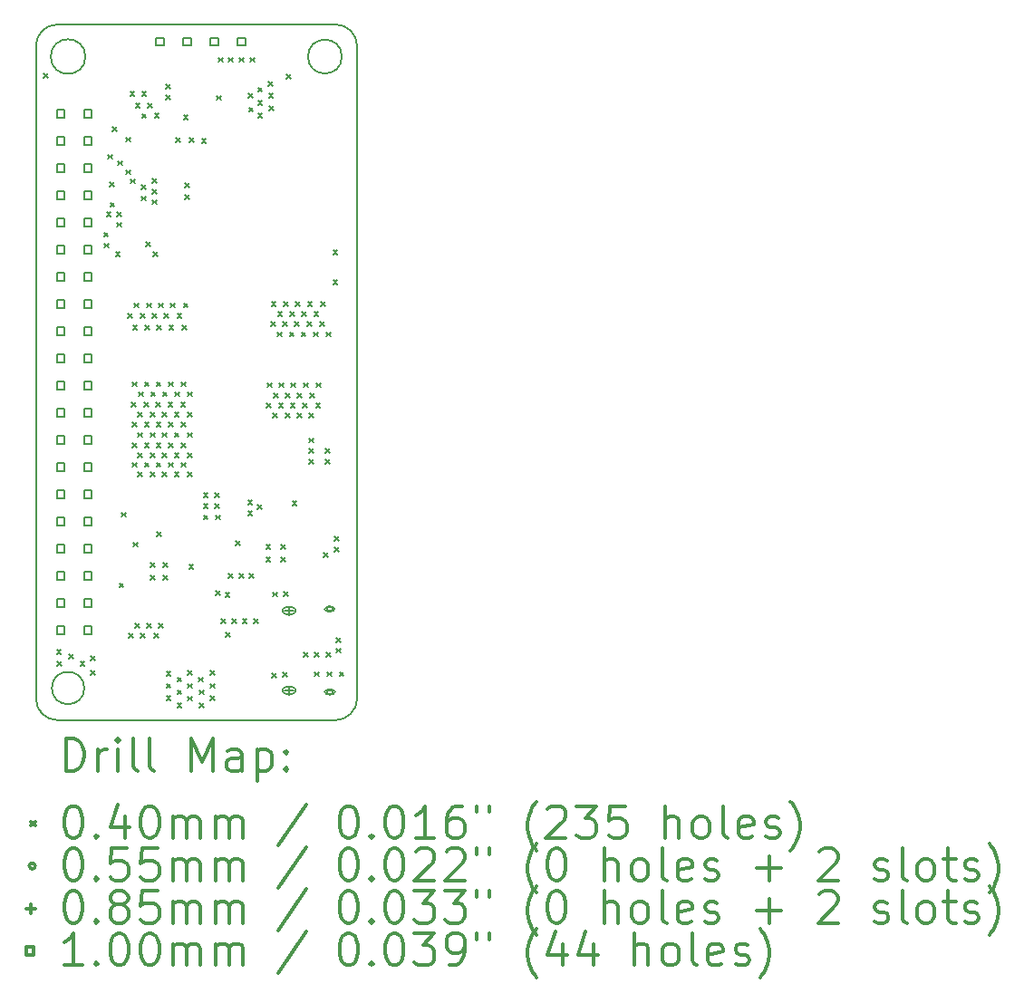
<source format=gbr>
%FSLAX45Y45*%
G04 Gerber Fmt 4.5, Leading zero omitted, Abs format (unit mm)*
G04 Created by KiCad (PCBNEW 5.0.2+dfsg1-1) date Thu 28 Mar 2019 13:57:38 GMT*
%MOMM*%
%LPD*%
G01*
G04 APERTURE LIST*
%ADD10C,0.150000*%
%ADD11C,0.200000*%
%ADD12C,0.300000*%
G04 APERTURE END LIST*
D10*
X14500000Y-5700000D02*
X14500000Y-11795000D01*
X11700000Y-5500000D02*
X14305000Y-5500000D01*
X11500000Y-11800000D02*
X11500000Y-5700000D01*
X14300000Y-12000000D02*
X11705000Y-12000000D01*
D11*
X14358114Y-5800000D02*
G75*
G03X14358114Y-5800000I-158114J0D01*
G01*
X11951327Y-11700000D02*
G75*
G03X11951327Y-11700000I-151328J0D01*
G01*
X11961555Y-5800000D02*
G75*
G03X11961555Y-5800000I-161555J0D01*
G01*
D10*
X11500000Y-5700000D02*
G75*
G02X11700000Y-5500000I200000J0D01*
G01*
X14300000Y-5500000D02*
G75*
G02X14500000Y-5700000I0J-200000D01*
G01*
X14500000Y-11800000D02*
G75*
G02X14300000Y-12000000I-200000J0D01*
G01*
X11700000Y-12000000D02*
G75*
G02X11500000Y-11800000I0J200000D01*
G01*
D11*
X11570000Y-5960000D02*
X11610000Y-6000000D01*
X11610000Y-5960000D02*
X11570000Y-6000000D01*
X11695000Y-11340000D02*
X11735000Y-11380000D01*
X11735000Y-11340000D02*
X11695000Y-11380000D01*
X11700000Y-11455000D02*
X11740000Y-11495000D01*
X11740000Y-11455000D02*
X11700000Y-11495000D01*
X11810000Y-11385000D02*
X11850000Y-11425000D01*
X11850000Y-11385000D02*
X11810000Y-11425000D01*
X11915000Y-11450000D02*
X11955000Y-11490000D01*
X11955000Y-11450000D02*
X11915000Y-11490000D01*
X12010000Y-11400000D02*
X12050000Y-11440000D01*
X12050000Y-11400000D02*
X12010000Y-11440000D01*
X12010000Y-11540000D02*
X12050000Y-11580000D01*
X12050000Y-11540000D02*
X12010000Y-11580000D01*
X12135000Y-7445000D02*
X12175000Y-7485000D01*
X12175000Y-7445000D02*
X12135000Y-7485000D01*
X12140000Y-7545000D02*
X12180000Y-7585000D01*
X12180000Y-7545000D02*
X12140000Y-7585000D01*
X12160000Y-7255000D02*
X12200000Y-7295000D01*
X12200000Y-7255000D02*
X12160000Y-7295000D01*
X12175000Y-6715000D02*
X12215000Y-6755000D01*
X12215000Y-6715000D02*
X12175000Y-6755000D01*
X12190000Y-6975000D02*
X12230000Y-7015000D01*
X12230000Y-6975000D02*
X12190000Y-7015000D01*
X12195000Y-7165000D02*
X12235000Y-7205000D01*
X12235000Y-7165000D02*
X12195000Y-7205000D01*
X12217500Y-6455000D02*
X12257500Y-6495000D01*
X12257500Y-6455000D02*
X12217500Y-6495000D01*
X12245000Y-7625000D02*
X12285000Y-7665000D01*
X12285000Y-7625000D02*
X12245000Y-7665000D01*
X12255000Y-7350000D02*
X12295000Y-7390000D01*
X12295000Y-7350000D02*
X12255000Y-7390000D01*
X12260000Y-7255000D02*
X12300000Y-7295000D01*
X12300000Y-7255000D02*
X12260000Y-7295000D01*
X12265000Y-6775000D02*
X12305000Y-6815000D01*
X12305000Y-6775000D02*
X12265000Y-6815000D01*
X12279500Y-10720000D02*
X12319500Y-10760000D01*
X12319500Y-10720000D02*
X12279500Y-10760000D01*
X12300000Y-10060000D02*
X12340000Y-10100000D01*
X12340000Y-10060000D02*
X12300000Y-10100000D01*
X12340000Y-6860000D02*
X12380000Y-6900000D01*
X12380000Y-6860000D02*
X12340000Y-6900000D01*
X12345000Y-6555000D02*
X12385000Y-6595000D01*
X12385000Y-6555000D02*
X12345000Y-6595000D01*
X12360000Y-8200000D02*
X12400000Y-8240000D01*
X12400000Y-8200000D02*
X12360000Y-8240000D01*
X12370000Y-11190000D02*
X12410000Y-11230000D01*
X12410000Y-11190000D02*
X12370000Y-11230000D01*
X12380000Y-6130000D02*
X12420000Y-6170000D01*
X12420000Y-6130000D02*
X12380000Y-6170000D01*
X12385000Y-6945000D02*
X12425000Y-6985000D01*
X12425000Y-6945000D02*
X12385000Y-6985000D01*
X12395000Y-9030000D02*
X12435000Y-9070000D01*
X12435000Y-9030000D02*
X12395000Y-9070000D01*
X12400000Y-8840000D02*
X12440000Y-8880000D01*
X12440000Y-8840000D02*
X12400000Y-8880000D01*
X12400000Y-9220000D02*
X12440000Y-9260000D01*
X12440000Y-9220000D02*
X12400000Y-9260000D01*
X12400000Y-9410000D02*
X12440000Y-9450000D01*
X12440000Y-9410000D02*
X12400000Y-9450000D01*
X12400000Y-9595000D02*
X12440000Y-9635000D01*
X12440000Y-9595000D02*
X12400000Y-9635000D01*
X12405000Y-8310000D02*
X12445000Y-8350000D01*
X12445000Y-8310000D02*
X12405000Y-8350000D01*
X12410000Y-10340000D02*
X12450000Y-10380000D01*
X12450000Y-10340000D02*
X12410000Y-10380000D01*
X12420000Y-8105000D02*
X12460000Y-8145000D01*
X12460000Y-8105000D02*
X12420000Y-8145000D01*
X12425000Y-11100000D02*
X12465000Y-11140000D01*
X12465000Y-11100000D02*
X12425000Y-11140000D01*
X12430000Y-6235000D02*
X12470000Y-6275000D01*
X12470000Y-6235000D02*
X12430000Y-6275000D01*
X12455000Y-9125000D02*
X12495000Y-9165000D01*
X12495000Y-9125000D02*
X12455000Y-9165000D01*
X12455000Y-9315000D02*
X12495000Y-9355000D01*
X12495000Y-9315000D02*
X12455000Y-9355000D01*
X12455000Y-9505000D02*
X12495000Y-9545000D01*
X12495000Y-9505000D02*
X12455000Y-9545000D01*
X12455000Y-9685000D02*
X12495000Y-9725000D01*
X12495000Y-9685000D02*
X12455000Y-9725000D01*
X12460000Y-8935000D02*
X12500000Y-8975000D01*
X12500000Y-8935000D02*
X12460000Y-8975000D01*
X12475000Y-8200000D02*
X12515000Y-8240000D01*
X12515000Y-8200000D02*
X12475000Y-8240000D01*
X12475000Y-11190000D02*
X12515000Y-11230000D01*
X12515000Y-11190000D02*
X12475000Y-11230000D01*
X12485000Y-7000000D02*
X12525000Y-7040000D01*
X12525000Y-7000000D02*
X12485000Y-7040000D01*
X12485000Y-7105000D02*
X12525000Y-7145000D01*
X12525000Y-7105000D02*
X12485000Y-7145000D01*
X12490000Y-6125000D02*
X12530000Y-6165000D01*
X12530000Y-6125000D02*
X12490000Y-6165000D01*
X12490000Y-6335000D02*
X12530000Y-6375000D01*
X12530000Y-6335000D02*
X12490000Y-6375000D01*
X12510000Y-9030000D02*
X12550000Y-9070000D01*
X12550000Y-9030000D02*
X12510000Y-9070000D01*
X12515000Y-8840000D02*
X12555000Y-8880000D01*
X12555000Y-8840000D02*
X12515000Y-8880000D01*
X12515000Y-9220000D02*
X12555000Y-9260000D01*
X12555000Y-9220000D02*
X12515000Y-9260000D01*
X12515000Y-9410000D02*
X12555000Y-9450000D01*
X12555000Y-9410000D02*
X12515000Y-9450000D01*
X12515000Y-9595000D02*
X12555000Y-9635000D01*
X12555000Y-9595000D02*
X12515000Y-9635000D01*
X12520000Y-8310000D02*
X12560000Y-8350000D01*
X12560000Y-8310000D02*
X12520000Y-8350000D01*
X12530000Y-7530000D02*
X12570000Y-7570000D01*
X12570000Y-7530000D02*
X12530000Y-7570000D01*
X12535000Y-8105000D02*
X12575000Y-8145000D01*
X12575000Y-8105000D02*
X12535000Y-8145000D01*
X12535000Y-11100000D02*
X12575000Y-11140000D01*
X12575000Y-11100000D02*
X12535000Y-11140000D01*
X12545000Y-6235000D02*
X12585000Y-6275000D01*
X12585000Y-6235000D02*
X12545000Y-6275000D01*
X12570000Y-9125000D02*
X12610000Y-9165000D01*
X12610000Y-9125000D02*
X12570000Y-9165000D01*
X12570000Y-9315000D02*
X12610000Y-9355000D01*
X12610000Y-9315000D02*
X12570000Y-9355000D01*
X12570000Y-9505000D02*
X12610000Y-9545000D01*
X12610000Y-9505000D02*
X12570000Y-9545000D01*
X12570000Y-9685000D02*
X12610000Y-9725000D01*
X12610000Y-9685000D02*
X12570000Y-9725000D01*
X12570000Y-10530000D02*
X12610000Y-10570000D01*
X12610000Y-10530000D02*
X12570000Y-10570000D01*
X12570000Y-10650000D02*
X12610000Y-10690000D01*
X12610000Y-10650000D02*
X12570000Y-10690000D01*
X12575000Y-8935000D02*
X12615000Y-8975000D01*
X12615000Y-8935000D02*
X12575000Y-8975000D01*
X12585000Y-6940000D02*
X12625000Y-6980000D01*
X12625000Y-6940000D02*
X12585000Y-6980000D01*
X12585000Y-7040000D02*
X12625000Y-7080000D01*
X12625000Y-7040000D02*
X12585000Y-7080000D01*
X12585000Y-7140000D02*
X12625000Y-7180000D01*
X12625000Y-7140000D02*
X12585000Y-7180000D01*
X12585000Y-8200000D02*
X12625000Y-8240000D01*
X12625000Y-8200000D02*
X12585000Y-8240000D01*
X12595000Y-7625000D02*
X12635000Y-7665000D01*
X12635000Y-7625000D02*
X12595000Y-7665000D01*
X12605000Y-11190000D02*
X12645000Y-11230000D01*
X12645000Y-11190000D02*
X12605000Y-11230000D01*
X12610000Y-6330000D02*
X12650000Y-6370000D01*
X12650000Y-6330000D02*
X12610000Y-6370000D01*
X12620000Y-9030000D02*
X12660000Y-9070000D01*
X12660000Y-9030000D02*
X12620000Y-9070000D01*
X12625000Y-8840000D02*
X12665000Y-8880000D01*
X12665000Y-8840000D02*
X12625000Y-8880000D01*
X12625000Y-9220000D02*
X12665000Y-9260000D01*
X12665000Y-9220000D02*
X12625000Y-9260000D01*
X12625000Y-9410000D02*
X12665000Y-9450000D01*
X12665000Y-9410000D02*
X12625000Y-9450000D01*
X12625000Y-9595000D02*
X12665000Y-9635000D01*
X12665000Y-9595000D02*
X12625000Y-9635000D01*
X12630000Y-8310000D02*
X12670000Y-8350000D01*
X12670000Y-8310000D02*
X12630000Y-8350000D01*
X12630000Y-10240000D02*
X12670000Y-10280000D01*
X12670000Y-10240000D02*
X12630000Y-10280000D01*
X12645000Y-8105000D02*
X12685000Y-8145000D01*
X12685000Y-8105000D02*
X12645000Y-8145000D01*
X12645000Y-11095000D02*
X12685000Y-11135000D01*
X12685000Y-11095000D02*
X12645000Y-11135000D01*
X12680000Y-9125000D02*
X12720000Y-9165000D01*
X12720000Y-9125000D02*
X12680000Y-9165000D01*
X12680000Y-9315000D02*
X12720000Y-9355000D01*
X12720000Y-9315000D02*
X12680000Y-9355000D01*
X12680000Y-9505000D02*
X12720000Y-9545000D01*
X12720000Y-9505000D02*
X12680000Y-9545000D01*
X12680000Y-9685000D02*
X12720000Y-9725000D01*
X12720000Y-9685000D02*
X12680000Y-9725000D01*
X12685000Y-8935000D02*
X12725000Y-8975000D01*
X12725000Y-8935000D02*
X12685000Y-8975000D01*
X12690000Y-10530000D02*
X12730000Y-10570000D01*
X12730000Y-10530000D02*
X12690000Y-10570000D01*
X12690000Y-10650000D02*
X12730000Y-10690000D01*
X12730000Y-10650000D02*
X12690000Y-10690000D01*
X12700000Y-8200000D02*
X12740000Y-8240000D01*
X12740000Y-8200000D02*
X12700000Y-8240000D01*
X12715000Y-6060000D02*
X12755000Y-6100000D01*
X12755000Y-6060000D02*
X12715000Y-6100000D01*
X12715000Y-6160000D02*
X12755000Y-6200000D01*
X12755000Y-6160000D02*
X12715000Y-6200000D01*
X12720000Y-11545000D02*
X12760000Y-11585000D01*
X12760000Y-11545000D02*
X12720000Y-11585000D01*
X12720000Y-11660000D02*
X12760000Y-11700000D01*
X12760000Y-11660000D02*
X12720000Y-11700000D01*
X12720000Y-11775000D02*
X12760000Y-11815000D01*
X12760000Y-11775000D02*
X12720000Y-11815000D01*
X12735000Y-9030000D02*
X12775000Y-9070000D01*
X12775000Y-9030000D02*
X12735000Y-9070000D01*
X12740000Y-8840000D02*
X12780000Y-8880000D01*
X12780000Y-8840000D02*
X12740000Y-8880000D01*
X12740000Y-9220000D02*
X12780000Y-9260000D01*
X12780000Y-9220000D02*
X12740000Y-9260000D01*
X12740000Y-9410000D02*
X12780000Y-9450000D01*
X12780000Y-9410000D02*
X12740000Y-9450000D01*
X12740000Y-9595000D02*
X12780000Y-9635000D01*
X12780000Y-9595000D02*
X12740000Y-9635000D01*
X12745000Y-8310000D02*
X12785000Y-8350000D01*
X12785000Y-8310000D02*
X12745000Y-8350000D01*
X12760000Y-8105000D02*
X12800000Y-8145000D01*
X12800000Y-8105000D02*
X12760000Y-8145000D01*
X12795000Y-9125000D02*
X12835000Y-9165000D01*
X12835000Y-9125000D02*
X12795000Y-9165000D01*
X12795000Y-9315000D02*
X12835000Y-9355000D01*
X12835000Y-9315000D02*
X12795000Y-9355000D01*
X12795000Y-9505000D02*
X12835000Y-9545000D01*
X12835000Y-9505000D02*
X12795000Y-9545000D01*
X12795000Y-9685000D02*
X12835000Y-9725000D01*
X12835000Y-9685000D02*
X12795000Y-9725000D01*
X12800000Y-8935000D02*
X12840000Y-8975000D01*
X12840000Y-8935000D02*
X12800000Y-8975000D01*
X12810000Y-6560000D02*
X12850000Y-6600000D01*
X12850000Y-6560000D02*
X12810000Y-6600000D01*
X12820000Y-8200000D02*
X12860000Y-8240000D01*
X12860000Y-8200000D02*
X12820000Y-8240000D01*
X12820000Y-11600000D02*
X12860000Y-11640000D01*
X12860000Y-11600000D02*
X12820000Y-11640000D01*
X12820000Y-11720000D02*
X12860000Y-11760000D01*
X12860000Y-11720000D02*
X12820000Y-11760000D01*
X12820000Y-11845000D02*
X12860000Y-11885000D01*
X12860000Y-11845000D02*
X12820000Y-11885000D01*
X12855000Y-9030000D02*
X12895000Y-9070000D01*
X12895000Y-9030000D02*
X12855000Y-9070000D01*
X12860000Y-8840000D02*
X12900000Y-8880000D01*
X12900000Y-8840000D02*
X12860000Y-8880000D01*
X12860000Y-9220000D02*
X12900000Y-9260000D01*
X12900000Y-9220000D02*
X12860000Y-9260000D01*
X12860000Y-9410000D02*
X12900000Y-9450000D01*
X12900000Y-9410000D02*
X12860000Y-9450000D01*
X12860000Y-9595000D02*
X12900000Y-9635000D01*
X12900000Y-9595000D02*
X12860000Y-9635000D01*
X12865000Y-8310000D02*
X12905000Y-8350000D01*
X12905000Y-8310000D02*
X12865000Y-8350000D01*
X12880000Y-6350000D02*
X12920000Y-6390000D01*
X12920000Y-6350000D02*
X12880000Y-6390000D01*
X12880000Y-8105000D02*
X12920000Y-8145000D01*
X12920000Y-8105000D02*
X12880000Y-8145000D01*
X12890000Y-6980000D02*
X12930000Y-7020000D01*
X12930000Y-6980000D02*
X12890000Y-7020000D01*
X12890000Y-7090000D02*
X12930000Y-7130000D01*
X12930000Y-7090000D02*
X12890000Y-7130000D01*
X12915000Y-9125000D02*
X12955000Y-9165000D01*
X12955000Y-9125000D02*
X12915000Y-9165000D01*
X12915000Y-9315000D02*
X12955000Y-9355000D01*
X12955000Y-9315000D02*
X12915000Y-9355000D01*
X12915000Y-9505000D02*
X12955000Y-9545000D01*
X12955000Y-9505000D02*
X12915000Y-9545000D01*
X12915000Y-9685000D02*
X12955000Y-9725000D01*
X12955000Y-9685000D02*
X12915000Y-9725000D01*
X12915000Y-11660000D02*
X12955000Y-11700000D01*
X12955000Y-11660000D02*
X12915000Y-11700000D01*
X12915000Y-11780000D02*
X12955000Y-11820000D01*
X12955000Y-11780000D02*
X12915000Y-11820000D01*
X12920000Y-8935000D02*
X12960000Y-8975000D01*
X12960000Y-8935000D02*
X12920000Y-8975000D01*
X12920000Y-11540000D02*
X12960000Y-11580000D01*
X12960000Y-11540000D02*
X12920000Y-11580000D01*
X12930000Y-10550000D02*
X12970000Y-10590000D01*
X12970000Y-10550000D02*
X12930000Y-10590000D01*
X12935000Y-6560000D02*
X12975000Y-6600000D01*
X12975000Y-6560000D02*
X12935000Y-6600000D01*
X13020000Y-11600000D02*
X13060000Y-11640000D01*
X13060000Y-11600000D02*
X13020000Y-11640000D01*
X13025000Y-11720000D02*
X13065000Y-11760000D01*
X13065000Y-11720000D02*
X13025000Y-11760000D01*
X13030000Y-11845000D02*
X13070000Y-11885000D01*
X13070000Y-11845000D02*
X13030000Y-11885000D01*
X13050000Y-6570000D02*
X13090000Y-6610000D01*
X13090000Y-6570000D02*
X13050000Y-6610000D01*
X13065000Y-9880000D02*
X13105000Y-9920000D01*
X13105000Y-9880000D02*
X13065000Y-9920000D01*
X13065000Y-9980000D02*
X13105000Y-10020000D01*
X13105000Y-9980000D02*
X13065000Y-10020000D01*
X13065000Y-10085000D02*
X13105000Y-10125000D01*
X13105000Y-10085000D02*
X13065000Y-10125000D01*
X13130000Y-11540000D02*
X13170000Y-11580000D01*
X13170000Y-11540000D02*
X13130000Y-11580000D01*
X13130000Y-11660000D02*
X13170000Y-11700000D01*
X13170000Y-11660000D02*
X13130000Y-11700000D01*
X13130000Y-11775000D02*
X13170000Y-11815000D01*
X13170000Y-11775000D02*
X13130000Y-11815000D01*
X13175000Y-9880000D02*
X13215000Y-9920000D01*
X13215000Y-9880000D02*
X13175000Y-9920000D01*
X13175000Y-9980000D02*
X13215000Y-10020000D01*
X13215000Y-9980000D02*
X13175000Y-10020000D01*
X13180000Y-10085000D02*
X13220000Y-10125000D01*
X13220000Y-10085000D02*
X13180000Y-10125000D01*
X13180000Y-10790000D02*
X13220000Y-10830000D01*
X13220000Y-10790000D02*
X13180000Y-10830000D01*
X13190000Y-6165000D02*
X13230000Y-6205000D01*
X13230000Y-6165000D02*
X13190000Y-6205000D01*
X13205000Y-5810000D02*
X13245000Y-5850000D01*
X13245000Y-5810000D02*
X13205000Y-5850000D01*
X13230000Y-11055000D02*
X13270000Y-11095000D01*
X13270000Y-11055000D02*
X13230000Y-11095000D01*
X13270000Y-10810000D02*
X13310000Y-10850000D01*
X13310000Y-10810000D02*
X13270000Y-10850000D01*
X13275000Y-11185000D02*
X13315000Y-11225000D01*
X13315000Y-11185000D02*
X13275000Y-11225000D01*
X13300000Y-5810000D02*
X13340000Y-5850000D01*
X13340000Y-5810000D02*
X13300000Y-5850000D01*
X13300000Y-10630000D02*
X13340000Y-10670000D01*
X13340000Y-10630000D02*
X13300000Y-10670000D01*
X13335000Y-11055000D02*
X13375000Y-11095000D01*
X13375000Y-11055000D02*
X13335000Y-11095000D01*
X13365000Y-10325000D02*
X13405000Y-10365000D01*
X13405000Y-10325000D02*
X13365000Y-10365000D01*
X13400000Y-5810000D02*
X13440000Y-5850000D01*
X13440000Y-5810000D02*
X13400000Y-5850000D01*
X13400000Y-10630000D02*
X13440000Y-10670000D01*
X13440000Y-10630000D02*
X13400000Y-10670000D01*
X13430000Y-11055000D02*
X13470000Y-11095000D01*
X13470000Y-11055000D02*
X13430000Y-11095000D01*
X13480000Y-9945000D02*
X13520000Y-9985000D01*
X13520000Y-9945000D02*
X13480000Y-9985000D01*
X13480000Y-10045000D02*
X13520000Y-10085000D01*
X13520000Y-10045000D02*
X13480000Y-10085000D01*
X13485000Y-6145000D02*
X13525000Y-6185000D01*
X13525000Y-6145000D02*
X13485000Y-6185000D01*
X13490000Y-6275000D02*
X13530000Y-6315000D01*
X13530000Y-6275000D02*
X13490000Y-6315000D01*
X13495000Y-10630000D02*
X13535000Y-10670000D01*
X13535000Y-10630000D02*
X13495000Y-10670000D01*
X13500000Y-5810000D02*
X13540000Y-5850000D01*
X13540000Y-5810000D02*
X13500000Y-5850000D01*
X13535000Y-11055000D02*
X13575000Y-11095000D01*
X13575000Y-11055000D02*
X13535000Y-11095000D01*
X13570000Y-9990000D02*
X13610000Y-10030000D01*
X13610000Y-9990000D02*
X13570000Y-10030000D01*
X13575000Y-6090000D02*
X13615000Y-6130000D01*
X13615000Y-6090000D02*
X13575000Y-6130000D01*
X13575000Y-6210000D02*
X13615000Y-6250000D01*
X13615000Y-6210000D02*
X13575000Y-6250000D01*
X13575000Y-6330000D02*
X13615000Y-6370000D01*
X13615000Y-6330000D02*
X13575000Y-6370000D01*
X13650000Y-10360000D02*
X13690000Y-10400000D01*
X13690000Y-10360000D02*
X13650000Y-10400000D01*
X13650000Y-10480000D02*
X13690000Y-10520000D01*
X13690000Y-10480000D02*
X13650000Y-10520000D01*
X13655000Y-9040000D02*
X13695000Y-9080000D01*
X13695000Y-9040000D02*
X13655000Y-9080000D01*
X13660000Y-8850000D02*
X13700000Y-8890000D01*
X13700000Y-8850000D02*
X13660000Y-8890000D01*
X13670000Y-6035000D02*
X13710000Y-6075000D01*
X13710000Y-6035000D02*
X13670000Y-6075000D01*
X13675000Y-6145000D02*
X13715000Y-6185000D01*
X13715000Y-6145000D02*
X13675000Y-6185000D01*
X13680000Y-6260000D02*
X13720000Y-6300000D01*
X13720000Y-6260000D02*
X13680000Y-6300000D01*
X13695000Y-8280000D02*
X13735000Y-8320000D01*
X13735000Y-8280000D02*
X13695000Y-8320000D01*
X13700000Y-8090000D02*
X13740000Y-8130000D01*
X13740000Y-8090000D02*
X13700000Y-8130000D01*
X13705000Y-11560000D02*
X13745000Y-11600000D01*
X13745000Y-11560000D02*
X13705000Y-11600000D01*
X13715000Y-9135000D02*
X13755000Y-9175000D01*
X13755000Y-9135000D02*
X13715000Y-9175000D01*
X13715000Y-10805000D02*
X13755000Y-10845000D01*
X13755000Y-10805000D02*
X13715000Y-10845000D01*
X13720000Y-8945000D02*
X13760000Y-8985000D01*
X13760000Y-8945000D02*
X13720000Y-8985000D01*
X13755000Y-8375000D02*
X13795000Y-8415000D01*
X13795000Y-8375000D02*
X13755000Y-8415000D01*
X13760000Y-8185000D02*
X13800000Y-8225000D01*
X13800000Y-8185000D02*
X13760000Y-8225000D01*
X13770000Y-9040000D02*
X13810000Y-9080000D01*
X13810000Y-9040000D02*
X13770000Y-9080000D01*
X13775000Y-8850000D02*
X13815000Y-8890000D01*
X13815000Y-8850000D02*
X13775000Y-8890000D01*
X13790000Y-10360000D02*
X13830000Y-10400000D01*
X13830000Y-10360000D02*
X13790000Y-10400000D01*
X13790000Y-10480000D02*
X13830000Y-10520000D01*
X13830000Y-10480000D02*
X13790000Y-10520000D01*
X13810000Y-8280000D02*
X13850000Y-8320000D01*
X13850000Y-8280000D02*
X13810000Y-8320000D01*
X13810000Y-11555000D02*
X13850000Y-11595000D01*
X13850000Y-11555000D02*
X13810000Y-11595000D01*
X13815000Y-8090000D02*
X13855000Y-8130000D01*
X13855000Y-8090000D02*
X13815000Y-8130000D01*
X13815000Y-10800000D02*
X13855000Y-10840000D01*
X13855000Y-10800000D02*
X13815000Y-10840000D01*
X13830000Y-9135000D02*
X13870000Y-9175000D01*
X13870000Y-9135000D02*
X13830000Y-9175000D01*
X13835000Y-8945000D02*
X13875000Y-8985000D01*
X13875000Y-8945000D02*
X13835000Y-8985000D01*
X13840000Y-5965000D02*
X13880000Y-6005000D01*
X13880000Y-5965000D02*
X13840000Y-6005000D01*
X13870000Y-8375000D02*
X13910000Y-8415000D01*
X13910000Y-8375000D02*
X13870000Y-8415000D01*
X13875000Y-8185000D02*
X13915000Y-8225000D01*
X13915000Y-8185000D02*
X13875000Y-8225000D01*
X13880000Y-9040000D02*
X13920000Y-9080000D01*
X13920000Y-9040000D02*
X13880000Y-9080000D01*
X13885000Y-8850000D02*
X13925000Y-8890000D01*
X13925000Y-8850000D02*
X13885000Y-8890000D01*
X13895000Y-9955000D02*
X13935000Y-9995000D01*
X13935000Y-9955000D02*
X13895000Y-9995000D01*
X13920000Y-8280000D02*
X13960000Y-8320000D01*
X13960000Y-8280000D02*
X13920000Y-8320000D01*
X13925000Y-8090000D02*
X13965000Y-8130000D01*
X13965000Y-8090000D02*
X13925000Y-8130000D01*
X13940000Y-9135000D02*
X13980000Y-9175000D01*
X13980000Y-9135000D02*
X13940000Y-9175000D01*
X13945000Y-8945000D02*
X13985000Y-8985000D01*
X13985000Y-8945000D02*
X13945000Y-8985000D01*
X13980000Y-8375000D02*
X14020000Y-8415000D01*
X14020000Y-8375000D02*
X13980000Y-8415000D01*
X13985000Y-8185000D02*
X14025000Y-8225000D01*
X14025000Y-8185000D02*
X13985000Y-8225000D01*
X13995000Y-9040000D02*
X14035000Y-9080000D01*
X14035000Y-9040000D02*
X13995000Y-9080000D01*
X14000000Y-8850000D02*
X14040000Y-8890000D01*
X14040000Y-8850000D02*
X14000000Y-8890000D01*
X14000000Y-11370000D02*
X14040000Y-11410000D01*
X14040000Y-11370000D02*
X14000000Y-11410000D01*
X14035000Y-8280000D02*
X14075000Y-8320000D01*
X14075000Y-8280000D02*
X14035000Y-8320000D01*
X14040000Y-8090000D02*
X14080000Y-8130000D01*
X14080000Y-8090000D02*
X14040000Y-8130000D01*
X14050000Y-9365000D02*
X14090000Y-9405000D01*
X14090000Y-9365000D02*
X14050000Y-9405000D01*
X14050000Y-9465000D02*
X14090000Y-9505000D01*
X14090000Y-9465000D02*
X14050000Y-9505000D01*
X14050000Y-9565000D02*
X14090000Y-9605000D01*
X14090000Y-9565000D02*
X14050000Y-9605000D01*
X14055000Y-9135000D02*
X14095000Y-9175000D01*
X14095000Y-9135000D02*
X14055000Y-9175000D01*
X14060000Y-8945000D02*
X14100000Y-8985000D01*
X14100000Y-8945000D02*
X14060000Y-8985000D01*
X14095000Y-8375000D02*
X14135000Y-8415000D01*
X14135000Y-8375000D02*
X14095000Y-8415000D01*
X14100000Y-8185000D02*
X14140000Y-8225000D01*
X14140000Y-8185000D02*
X14100000Y-8225000D01*
X14105000Y-11370000D02*
X14145000Y-11410000D01*
X14145000Y-11370000D02*
X14105000Y-11410000D01*
X14105000Y-11550000D02*
X14145000Y-11590000D01*
X14145000Y-11550000D02*
X14105000Y-11590000D01*
X14115000Y-9040000D02*
X14155000Y-9080000D01*
X14155000Y-9040000D02*
X14115000Y-9080000D01*
X14120000Y-8850000D02*
X14160000Y-8890000D01*
X14160000Y-8850000D02*
X14120000Y-8890000D01*
X14155000Y-8280000D02*
X14195000Y-8320000D01*
X14195000Y-8280000D02*
X14155000Y-8320000D01*
X14160000Y-8090000D02*
X14200000Y-8130000D01*
X14200000Y-8090000D02*
X14160000Y-8130000D01*
X14185000Y-10435000D02*
X14225000Y-10475000D01*
X14225000Y-10435000D02*
X14185000Y-10475000D01*
X14205000Y-9465000D02*
X14245000Y-9505000D01*
X14245000Y-9465000D02*
X14205000Y-9505000D01*
X14205000Y-9565000D02*
X14245000Y-9605000D01*
X14245000Y-9565000D02*
X14205000Y-9605000D01*
X14215000Y-8375000D02*
X14255000Y-8415000D01*
X14255000Y-8375000D02*
X14215000Y-8415000D01*
X14215000Y-11370000D02*
X14255000Y-11410000D01*
X14255000Y-11370000D02*
X14215000Y-11410000D01*
X14220000Y-11550000D02*
X14260000Y-11590000D01*
X14260000Y-11550000D02*
X14220000Y-11590000D01*
X14277500Y-7610000D02*
X14317500Y-7650000D01*
X14317500Y-7610000D02*
X14277500Y-7650000D01*
X14277500Y-7890000D02*
X14317500Y-7930000D01*
X14317500Y-7890000D02*
X14277500Y-7930000D01*
X14290000Y-10285000D02*
X14330000Y-10325000D01*
X14330000Y-10285000D02*
X14290000Y-10325000D01*
X14290000Y-10385000D02*
X14330000Y-10425000D01*
X14330000Y-10385000D02*
X14290000Y-10425000D01*
X14305000Y-11230000D02*
X14345000Y-11270000D01*
X14345000Y-11230000D02*
X14305000Y-11270000D01*
X14305000Y-11330000D02*
X14345000Y-11370000D01*
X14345000Y-11330000D02*
X14305000Y-11370000D01*
X14335000Y-11550000D02*
X14375000Y-11590000D01*
X14375000Y-11550000D02*
X14335000Y-11590000D01*
X14272500Y-10962500D02*
G75*
G03X14272500Y-10962500I-27500J0D01*
G01*
X14212500Y-10980000D02*
X14277500Y-10980000D01*
X14212500Y-10945000D02*
X14277500Y-10945000D01*
X14277500Y-10980000D02*
G75*
G03X14277500Y-10945000I0J17500D01*
G01*
X14212500Y-10945000D02*
G75*
G03X14212500Y-10980000I0J-17500D01*
G01*
X14272500Y-11737500D02*
G75*
G03X14272500Y-11737500I-27500J0D01*
G01*
X14212500Y-11755000D02*
X14277500Y-11755000D01*
X14212500Y-11720000D02*
X14277500Y-11720000D01*
X14277500Y-11755000D02*
G75*
G03X14277500Y-11720000I0J17500D01*
G01*
X14212500Y-11720000D02*
G75*
G03X14212500Y-11755000I0J-17500D01*
G01*
X13865000Y-10935000D02*
X13865000Y-11020000D01*
X13822500Y-10977500D02*
X13907500Y-10977500D01*
X13837500Y-11010000D02*
X13892500Y-11010000D01*
X13837500Y-10945000D02*
X13892500Y-10945000D01*
X13892500Y-11010000D02*
G75*
G03X13892500Y-10945000I0J32500D01*
G01*
X13837500Y-10945000D02*
G75*
G03X13837500Y-11010000I0J-32500D01*
G01*
X13865000Y-11680000D02*
X13865000Y-11765000D01*
X13822500Y-11722500D02*
X13907500Y-11722500D01*
X13837500Y-11755000D02*
X13892500Y-11755000D01*
X13837500Y-11690000D02*
X13892500Y-11690000D01*
X13892500Y-11755000D02*
G75*
G03X13892500Y-11690000I0J32500D01*
G01*
X13837500Y-11690000D02*
G75*
G03X13837500Y-11755000I0J-32500D01*
G01*
X11765356Y-6370356D02*
X11765356Y-6299644D01*
X11694644Y-6299644D01*
X11694644Y-6370356D01*
X11765356Y-6370356D01*
X11765356Y-6624356D02*
X11765356Y-6553644D01*
X11694644Y-6553644D01*
X11694644Y-6624356D01*
X11765356Y-6624356D01*
X11765356Y-6878356D02*
X11765356Y-6807644D01*
X11694644Y-6807644D01*
X11694644Y-6878356D01*
X11765356Y-6878356D01*
X11765356Y-7132356D02*
X11765356Y-7061644D01*
X11694644Y-7061644D01*
X11694644Y-7132356D01*
X11765356Y-7132356D01*
X11765356Y-7386356D02*
X11765356Y-7315644D01*
X11694644Y-7315644D01*
X11694644Y-7386356D01*
X11765356Y-7386356D01*
X11765356Y-7640356D02*
X11765356Y-7569644D01*
X11694644Y-7569644D01*
X11694644Y-7640356D01*
X11765356Y-7640356D01*
X11765356Y-7894356D02*
X11765356Y-7823644D01*
X11694644Y-7823644D01*
X11694644Y-7894356D01*
X11765356Y-7894356D01*
X11765356Y-8148356D02*
X11765356Y-8077644D01*
X11694644Y-8077644D01*
X11694644Y-8148356D01*
X11765356Y-8148356D01*
X11765356Y-8402356D02*
X11765356Y-8331644D01*
X11694644Y-8331644D01*
X11694644Y-8402356D01*
X11765356Y-8402356D01*
X11765356Y-8656356D02*
X11765356Y-8585644D01*
X11694644Y-8585644D01*
X11694644Y-8656356D01*
X11765356Y-8656356D01*
X11765356Y-8910356D02*
X11765356Y-8839644D01*
X11694644Y-8839644D01*
X11694644Y-8910356D01*
X11765356Y-8910356D01*
X11765356Y-9164356D02*
X11765356Y-9093644D01*
X11694644Y-9093644D01*
X11694644Y-9164356D01*
X11765356Y-9164356D01*
X11765356Y-9418356D02*
X11765356Y-9347644D01*
X11694644Y-9347644D01*
X11694644Y-9418356D01*
X11765356Y-9418356D01*
X11765356Y-9672356D02*
X11765356Y-9601644D01*
X11694644Y-9601644D01*
X11694644Y-9672356D01*
X11765356Y-9672356D01*
X11765356Y-9926356D02*
X11765356Y-9855644D01*
X11694644Y-9855644D01*
X11694644Y-9926356D01*
X11765356Y-9926356D01*
X11765356Y-10180356D02*
X11765356Y-10109644D01*
X11694644Y-10109644D01*
X11694644Y-10180356D01*
X11765356Y-10180356D01*
X11765356Y-10434356D02*
X11765356Y-10363644D01*
X11694644Y-10363644D01*
X11694644Y-10434356D01*
X11765356Y-10434356D01*
X11765356Y-10688356D02*
X11765356Y-10617644D01*
X11694644Y-10617644D01*
X11694644Y-10688356D01*
X11765356Y-10688356D01*
X11765356Y-10942356D02*
X11765356Y-10871644D01*
X11694644Y-10871644D01*
X11694644Y-10942356D01*
X11765356Y-10942356D01*
X11765356Y-11196356D02*
X11765356Y-11125644D01*
X11694644Y-11125644D01*
X11694644Y-11196356D01*
X11765356Y-11196356D01*
X12019356Y-6370356D02*
X12019356Y-6299644D01*
X11948644Y-6299644D01*
X11948644Y-6370356D01*
X12019356Y-6370356D01*
X12019356Y-6624356D02*
X12019356Y-6553644D01*
X11948644Y-6553644D01*
X11948644Y-6624356D01*
X12019356Y-6624356D01*
X12019356Y-6878356D02*
X12019356Y-6807644D01*
X11948644Y-6807644D01*
X11948644Y-6878356D01*
X12019356Y-6878356D01*
X12019356Y-7132356D02*
X12019356Y-7061644D01*
X11948644Y-7061644D01*
X11948644Y-7132356D01*
X12019356Y-7132356D01*
X12019356Y-7386356D02*
X12019356Y-7315644D01*
X11948644Y-7315644D01*
X11948644Y-7386356D01*
X12019356Y-7386356D01*
X12019356Y-7640356D02*
X12019356Y-7569644D01*
X11948644Y-7569644D01*
X11948644Y-7640356D01*
X12019356Y-7640356D01*
X12019356Y-7894356D02*
X12019356Y-7823644D01*
X11948644Y-7823644D01*
X11948644Y-7894356D01*
X12019356Y-7894356D01*
X12019356Y-8148356D02*
X12019356Y-8077644D01*
X11948644Y-8077644D01*
X11948644Y-8148356D01*
X12019356Y-8148356D01*
X12019356Y-8402356D02*
X12019356Y-8331644D01*
X11948644Y-8331644D01*
X11948644Y-8402356D01*
X12019356Y-8402356D01*
X12019356Y-8656356D02*
X12019356Y-8585644D01*
X11948644Y-8585644D01*
X11948644Y-8656356D01*
X12019356Y-8656356D01*
X12019356Y-8910356D02*
X12019356Y-8839644D01*
X11948644Y-8839644D01*
X11948644Y-8910356D01*
X12019356Y-8910356D01*
X12019356Y-9164356D02*
X12019356Y-9093644D01*
X11948644Y-9093644D01*
X11948644Y-9164356D01*
X12019356Y-9164356D01*
X12019356Y-9418356D02*
X12019356Y-9347644D01*
X11948644Y-9347644D01*
X11948644Y-9418356D01*
X12019356Y-9418356D01*
X12019356Y-9672356D02*
X12019356Y-9601644D01*
X11948644Y-9601644D01*
X11948644Y-9672356D01*
X12019356Y-9672356D01*
X12019356Y-9926356D02*
X12019356Y-9855644D01*
X11948644Y-9855644D01*
X11948644Y-9926356D01*
X12019356Y-9926356D01*
X12019356Y-10180356D02*
X12019356Y-10109644D01*
X11948644Y-10109644D01*
X11948644Y-10180356D01*
X12019356Y-10180356D01*
X12019356Y-10434356D02*
X12019356Y-10363644D01*
X11948644Y-10363644D01*
X11948644Y-10434356D01*
X12019356Y-10434356D01*
X12019356Y-10688356D02*
X12019356Y-10617644D01*
X11948644Y-10617644D01*
X11948644Y-10688356D01*
X12019356Y-10688356D01*
X12019356Y-10942356D02*
X12019356Y-10871644D01*
X11948644Y-10871644D01*
X11948644Y-10942356D01*
X12019356Y-10942356D01*
X12019356Y-11196356D02*
X12019356Y-11125644D01*
X11948644Y-11125644D01*
X11948644Y-11196356D01*
X12019356Y-11196356D01*
X12693356Y-5695356D02*
X12693356Y-5624644D01*
X12622644Y-5624644D01*
X12622644Y-5695356D01*
X12693356Y-5695356D01*
X12947356Y-5695356D02*
X12947356Y-5624644D01*
X12876644Y-5624644D01*
X12876644Y-5695356D01*
X12947356Y-5695356D01*
X13201356Y-5695356D02*
X13201356Y-5624644D01*
X13130644Y-5624644D01*
X13130644Y-5695356D01*
X13201356Y-5695356D01*
X13455356Y-5695356D02*
X13455356Y-5624644D01*
X13384644Y-5624644D01*
X13384644Y-5695356D01*
X13455356Y-5695356D01*
D12*
X11778928Y-12473214D02*
X11778928Y-12173214D01*
X11850357Y-12173214D01*
X11893214Y-12187500D01*
X11921786Y-12216071D01*
X11936071Y-12244643D01*
X11950357Y-12301786D01*
X11950357Y-12344643D01*
X11936071Y-12401786D01*
X11921786Y-12430357D01*
X11893214Y-12458929D01*
X11850357Y-12473214D01*
X11778928Y-12473214D01*
X12078928Y-12473214D02*
X12078928Y-12273214D01*
X12078928Y-12330357D02*
X12093214Y-12301786D01*
X12107500Y-12287500D01*
X12136071Y-12273214D01*
X12164643Y-12273214D01*
X12264643Y-12473214D02*
X12264643Y-12273214D01*
X12264643Y-12173214D02*
X12250357Y-12187500D01*
X12264643Y-12201786D01*
X12278928Y-12187500D01*
X12264643Y-12173214D01*
X12264643Y-12201786D01*
X12450357Y-12473214D02*
X12421786Y-12458929D01*
X12407500Y-12430357D01*
X12407500Y-12173214D01*
X12607500Y-12473214D02*
X12578928Y-12458929D01*
X12564643Y-12430357D01*
X12564643Y-12173214D01*
X12950357Y-12473214D02*
X12950357Y-12173214D01*
X13050357Y-12387500D01*
X13150357Y-12173214D01*
X13150357Y-12473214D01*
X13421786Y-12473214D02*
X13421786Y-12316071D01*
X13407500Y-12287500D01*
X13378928Y-12273214D01*
X13321786Y-12273214D01*
X13293214Y-12287500D01*
X13421786Y-12458929D02*
X13393214Y-12473214D01*
X13321786Y-12473214D01*
X13293214Y-12458929D01*
X13278928Y-12430357D01*
X13278928Y-12401786D01*
X13293214Y-12373214D01*
X13321786Y-12358929D01*
X13393214Y-12358929D01*
X13421786Y-12344643D01*
X13564643Y-12273214D02*
X13564643Y-12573214D01*
X13564643Y-12287500D02*
X13593214Y-12273214D01*
X13650357Y-12273214D01*
X13678928Y-12287500D01*
X13693214Y-12301786D01*
X13707500Y-12330357D01*
X13707500Y-12416071D01*
X13693214Y-12444643D01*
X13678928Y-12458929D01*
X13650357Y-12473214D01*
X13593214Y-12473214D01*
X13564643Y-12458929D01*
X13836071Y-12444643D02*
X13850357Y-12458929D01*
X13836071Y-12473214D01*
X13821786Y-12458929D01*
X13836071Y-12444643D01*
X13836071Y-12473214D01*
X13836071Y-12287500D02*
X13850357Y-12301786D01*
X13836071Y-12316071D01*
X13821786Y-12301786D01*
X13836071Y-12287500D01*
X13836071Y-12316071D01*
X11452500Y-12947500D02*
X11492500Y-12987500D01*
X11492500Y-12947500D02*
X11452500Y-12987500D01*
X11836071Y-12803214D02*
X11864643Y-12803214D01*
X11893214Y-12817500D01*
X11907500Y-12831786D01*
X11921786Y-12860357D01*
X11936071Y-12917500D01*
X11936071Y-12988929D01*
X11921786Y-13046071D01*
X11907500Y-13074643D01*
X11893214Y-13088929D01*
X11864643Y-13103214D01*
X11836071Y-13103214D01*
X11807500Y-13088929D01*
X11793214Y-13074643D01*
X11778928Y-13046071D01*
X11764643Y-12988929D01*
X11764643Y-12917500D01*
X11778928Y-12860357D01*
X11793214Y-12831786D01*
X11807500Y-12817500D01*
X11836071Y-12803214D01*
X12064643Y-13074643D02*
X12078928Y-13088929D01*
X12064643Y-13103214D01*
X12050357Y-13088929D01*
X12064643Y-13074643D01*
X12064643Y-13103214D01*
X12336071Y-12903214D02*
X12336071Y-13103214D01*
X12264643Y-12788929D02*
X12193214Y-13003214D01*
X12378928Y-13003214D01*
X12550357Y-12803214D02*
X12578928Y-12803214D01*
X12607500Y-12817500D01*
X12621786Y-12831786D01*
X12636071Y-12860357D01*
X12650357Y-12917500D01*
X12650357Y-12988929D01*
X12636071Y-13046071D01*
X12621786Y-13074643D01*
X12607500Y-13088929D01*
X12578928Y-13103214D01*
X12550357Y-13103214D01*
X12521786Y-13088929D01*
X12507500Y-13074643D01*
X12493214Y-13046071D01*
X12478928Y-12988929D01*
X12478928Y-12917500D01*
X12493214Y-12860357D01*
X12507500Y-12831786D01*
X12521786Y-12817500D01*
X12550357Y-12803214D01*
X12778928Y-13103214D02*
X12778928Y-12903214D01*
X12778928Y-12931786D02*
X12793214Y-12917500D01*
X12821786Y-12903214D01*
X12864643Y-12903214D01*
X12893214Y-12917500D01*
X12907500Y-12946071D01*
X12907500Y-13103214D01*
X12907500Y-12946071D02*
X12921786Y-12917500D01*
X12950357Y-12903214D01*
X12993214Y-12903214D01*
X13021786Y-12917500D01*
X13036071Y-12946071D01*
X13036071Y-13103214D01*
X13178928Y-13103214D02*
X13178928Y-12903214D01*
X13178928Y-12931786D02*
X13193214Y-12917500D01*
X13221786Y-12903214D01*
X13264643Y-12903214D01*
X13293214Y-12917500D01*
X13307500Y-12946071D01*
X13307500Y-13103214D01*
X13307500Y-12946071D02*
X13321786Y-12917500D01*
X13350357Y-12903214D01*
X13393214Y-12903214D01*
X13421786Y-12917500D01*
X13436071Y-12946071D01*
X13436071Y-13103214D01*
X14021786Y-12788929D02*
X13764643Y-13174643D01*
X14407500Y-12803214D02*
X14436071Y-12803214D01*
X14464643Y-12817500D01*
X14478928Y-12831786D01*
X14493214Y-12860357D01*
X14507500Y-12917500D01*
X14507500Y-12988929D01*
X14493214Y-13046071D01*
X14478928Y-13074643D01*
X14464643Y-13088929D01*
X14436071Y-13103214D01*
X14407500Y-13103214D01*
X14378928Y-13088929D01*
X14364643Y-13074643D01*
X14350357Y-13046071D01*
X14336071Y-12988929D01*
X14336071Y-12917500D01*
X14350357Y-12860357D01*
X14364643Y-12831786D01*
X14378928Y-12817500D01*
X14407500Y-12803214D01*
X14636071Y-13074643D02*
X14650357Y-13088929D01*
X14636071Y-13103214D01*
X14621786Y-13088929D01*
X14636071Y-13074643D01*
X14636071Y-13103214D01*
X14836071Y-12803214D02*
X14864643Y-12803214D01*
X14893214Y-12817500D01*
X14907500Y-12831786D01*
X14921786Y-12860357D01*
X14936071Y-12917500D01*
X14936071Y-12988929D01*
X14921786Y-13046071D01*
X14907500Y-13074643D01*
X14893214Y-13088929D01*
X14864643Y-13103214D01*
X14836071Y-13103214D01*
X14807500Y-13088929D01*
X14793214Y-13074643D01*
X14778928Y-13046071D01*
X14764643Y-12988929D01*
X14764643Y-12917500D01*
X14778928Y-12860357D01*
X14793214Y-12831786D01*
X14807500Y-12817500D01*
X14836071Y-12803214D01*
X15221786Y-13103214D02*
X15050357Y-13103214D01*
X15136071Y-13103214D02*
X15136071Y-12803214D01*
X15107500Y-12846071D01*
X15078928Y-12874643D01*
X15050357Y-12888929D01*
X15478928Y-12803214D02*
X15421786Y-12803214D01*
X15393214Y-12817500D01*
X15378928Y-12831786D01*
X15350357Y-12874643D01*
X15336071Y-12931786D01*
X15336071Y-13046071D01*
X15350357Y-13074643D01*
X15364643Y-13088929D01*
X15393214Y-13103214D01*
X15450357Y-13103214D01*
X15478928Y-13088929D01*
X15493214Y-13074643D01*
X15507500Y-13046071D01*
X15507500Y-12974643D01*
X15493214Y-12946071D01*
X15478928Y-12931786D01*
X15450357Y-12917500D01*
X15393214Y-12917500D01*
X15364643Y-12931786D01*
X15350357Y-12946071D01*
X15336071Y-12974643D01*
X15621786Y-12803214D02*
X15621786Y-12860357D01*
X15736071Y-12803214D02*
X15736071Y-12860357D01*
X16178928Y-13217500D02*
X16164643Y-13203214D01*
X16136071Y-13160357D01*
X16121786Y-13131786D01*
X16107500Y-13088929D01*
X16093214Y-13017500D01*
X16093214Y-12960357D01*
X16107500Y-12888929D01*
X16121786Y-12846071D01*
X16136071Y-12817500D01*
X16164643Y-12774643D01*
X16178928Y-12760357D01*
X16278928Y-12831786D02*
X16293214Y-12817500D01*
X16321786Y-12803214D01*
X16393214Y-12803214D01*
X16421786Y-12817500D01*
X16436071Y-12831786D01*
X16450357Y-12860357D01*
X16450357Y-12888929D01*
X16436071Y-12931786D01*
X16264643Y-13103214D01*
X16450357Y-13103214D01*
X16550357Y-12803214D02*
X16736071Y-12803214D01*
X16636071Y-12917500D01*
X16678928Y-12917500D01*
X16707500Y-12931786D01*
X16721786Y-12946071D01*
X16736071Y-12974643D01*
X16736071Y-13046071D01*
X16721786Y-13074643D01*
X16707500Y-13088929D01*
X16678928Y-13103214D01*
X16593214Y-13103214D01*
X16564643Y-13088929D01*
X16550357Y-13074643D01*
X17007500Y-12803214D02*
X16864643Y-12803214D01*
X16850357Y-12946071D01*
X16864643Y-12931786D01*
X16893214Y-12917500D01*
X16964643Y-12917500D01*
X16993214Y-12931786D01*
X17007500Y-12946071D01*
X17021786Y-12974643D01*
X17021786Y-13046071D01*
X17007500Y-13074643D01*
X16993214Y-13088929D01*
X16964643Y-13103214D01*
X16893214Y-13103214D01*
X16864643Y-13088929D01*
X16850357Y-13074643D01*
X17378928Y-13103214D02*
X17378928Y-12803214D01*
X17507500Y-13103214D02*
X17507500Y-12946071D01*
X17493214Y-12917500D01*
X17464643Y-12903214D01*
X17421786Y-12903214D01*
X17393214Y-12917500D01*
X17378928Y-12931786D01*
X17693214Y-13103214D02*
X17664643Y-13088929D01*
X17650357Y-13074643D01*
X17636071Y-13046071D01*
X17636071Y-12960357D01*
X17650357Y-12931786D01*
X17664643Y-12917500D01*
X17693214Y-12903214D01*
X17736071Y-12903214D01*
X17764643Y-12917500D01*
X17778928Y-12931786D01*
X17793214Y-12960357D01*
X17793214Y-13046071D01*
X17778928Y-13074643D01*
X17764643Y-13088929D01*
X17736071Y-13103214D01*
X17693214Y-13103214D01*
X17964643Y-13103214D02*
X17936071Y-13088929D01*
X17921786Y-13060357D01*
X17921786Y-12803214D01*
X18193214Y-13088929D02*
X18164643Y-13103214D01*
X18107500Y-13103214D01*
X18078928Y-13088929D01*
X18064643Y-13060357D01*
X18064643Y-12946071D01*
X18078928Y-12917500D01*
X18107500Y-12903214D01*
X18164643Y-12903214D01*
X18193214Y-12917500D01*
X18207500Y-12946071D01*
X18207500Y-12974643D01*
X18064643Y-13003214D01*
X18321786Y-13088929D02*
X18350357Y-13103214D01*
X18407500Y-13103214D01*
X18436071Y-13088929D01*
X18450357Y-13060357D01*
X18450357Y-13046071D01*
X18436071Y-13017500D01*
X18407500Y-13003214D01*
X18364643Y-13003214D01*
X18336071Y-12988929D01*
X18321786Y-12960357D01*
X18321786Y-12946071D01*
X18336071Y-12917500D01*
X18364643Y-12903214D01*
X18407500Y-12903214D01*
X18436071Y-12917500D01*
X18550357Y-13217500D02*
X18564643Y-13203214D01*
X18593214Y-13160357D01*
X18607500Y-13131786D01*
X18621786Y-13088929D01*
X18636071Y-13017500D01*
X18636071Y-12960357D01*
X18621786Y-12888929D01*
X18607500Y-12846071D01*
X18593214Y-12817500D01*
X18564643Y-12774643D01*
X18550357Y-12760357D01*
X11492500Y-13363500D02*
G75*
G03X11492500Y-13363500I-27500J0D01*
G01*
X11836071Y-13199214D02*
X11864643Y-13199214D01*
X11893214Y-13213500D01*
X11907500Y-13227786D01*
X11921786Y-13256357D01*
X11936071Y-13313500D01*
X11936071Y-13384929D01*
X11921786Y-13442071D01*
X11907500Y-13470643D01*
X11893214Y-13484929D01*
X11864643Y-13499214D01*
X11836071Y-13499214D01*
X11807500Y-13484929D01*
X11793214Y-13470643D01*
X11778928Y-13442071D01*
X11764643Y-13384929D01*
X11764643Y-13313500D01*
X11778928Y-13256357D01*
X11793214Y-13227786D01*
X11807500Y-13213500D01*
X11836071Y-13199214D01*
X12064643Y-13470643D02*
X12078928Y-13484929D01*
X12064643Y-13499214D01*
X12050357Y-13484929D01*
X12064643Y-13470643D01*
X12064643Y-13499214D01*
X12350357Y-13199214D02*
X12207500Y-13199214D01*
X12193214Y-13342071D01*
X12207500Y-13327786D01*
X12236071Y-13313500D01*
X12307500Y-13313500D01*
X12336071Y-13327786D01*
X12350357Y-13342071D01*
X12364643Y-13370643D01*
X12364643Y-13442071D01*
X12350357Y-13470643D01*
X12336071Y-13484929D01*
X12307500Y-13499214D01*
X12236071Y-13499214D01*
X12207500Y-13484929D01*
X12193214Y-13470643D01*
X12636071Y-13199214D02*
X12493214Y-13199214D01*
X12478928Y-13342071D01*
X12493214Y-13327786D01*
X12521786Y-13313500D01*
X12593214Y-13313500D01*
X12621786Y-13327786D01*
X12636071Y-13342071D01*
X12650357Y-13370643D01*
X12650357Y-13442071D01*
X12636071Y-13470643D01*
X12621786Y-13484929D01*
X12593214Y-13499214D01*
X12521786Y-13499214D01*
X12493214Y-13484929D01*
X12478928Y-13470643D01*
X12778928Y-13499214D02*
X12778928Y-13299214D01*
X12778928Y-13327786D02*
X12793214Y-13313500D01*
X12821786Y-13299214D01*
X12864643Y-13299214D01*
X12893214Y-13313500D01*
X12907500Y-13342071D01*
X12907500Y-13499214D01*
X12907500Y-13342071D02*
X12921786Y-13313500D01*
X12950357Y-13299214D01*
X12993214Y-13299214D01*
X13021786Y-13313500D01*
X13036071Y-13342071D01*
X13036071Y-13499214D01*
X13178928Y-13499214D02*
X13178928Y-13299214D01*
X13178928Y-13327786D02*
X13193214Y-13313500D01*
X13221786Y-13299214D01*
X13264643Y-13299214D01*
X13293214Y-13313500D01*
X13307500Y-13342071D01*
X13307500Y-13499214D01*
X13307500Y-13342071D02*
X13321786Y-13313500D01*
X13350357Y-13299214D01*
X13393214Y-13299214D01*
X13421786Y-13313500D01*
X13436071Y-13342071D01*
X13436071Y-13499214D01*
X14021786Y-13184929D02*
X13764643Y-13570643D01*
X14407500Y-13199214D02*
X14436071Y-13199214D01*
X14464643Y-13213500D01*
X14478928Y-13227786D01*
X14493214Y-13256357D01*
X14507500Y-13313500D01*
X14507500Y-13384929D01*
X14493214Y-13442071D01*
X14478928Y-13470643D01*
X14464643Y-13484929D01*
X14436071Y-13499214D01*
X14407500Y-13499214D01*
X14378928Y-13484929D01*
X14364643Y-13470643D01*
X14350357Y-13442071D01*
X14336071Y-13384929D01*
X14336071Y-13313500D01*
X14350357Y-13256357D01*
X14364643Y-13227786D01*
X14378928Y-13213500D01*
X14407500Y-13199214D01*
X14636071Y-13470643D02*
X14650357Y-13484929D01*
X14636071Y-13499214D01*
X14621786Y-13484929D01*
X14636071Y-13470643D01*
X14636071Y-13499214D01*
X14836071Y-13199214D02*
X14864643Y-13199214D01*
X14893214Y-13213500D01*
X14907500Y-13227786D01*
X14921786Y-13256357D01*
X14936071Y-13313500D01*
X14936071Y-13384929D01*
X14921786Y-13442071D01*
X14907500Y-13470643D01*
X14893214Y-13484929D01*
X14864643Y-13499214D01*
X14836071Y-13499214D01*
X14807500Y-13484929D01*
X14793214Y-13470643D01*
X14778928Y-13442071D01*
X14764643Y-13384929D01*
X14764643Y-13313500D01*
X14778928Y-13256357D01*
X14793214Y-13227786D01*
X14807500Y-13213500D01*
X14836071Y-13199214D01*
X15050357Y-13227786D02*
X15064643Y-13213500D01*
X15093214Y-13199214D01*
X15164643Y-13199214D01*
X15193214Y-13213500D01*
X15207500Y-13227786D01*
X15221786Y-13256357D01*
X15221786Y-13284929D01*
X15207500Y-13327786D01*
X15036071Y-13499214D01*
X15221786Y-13499214D01*
X15336071Y-13227786D02*
X15350357Y-13213500D01*
X15378928Y-13199214D01*
X15450357Y-13199214D01*
X15478928Y-13213500D01*
X15493214Y-13227786D01*
X15507500Y-13256357D01*
X15507500Y-13284929D01*
X15493214Y-13327786D01*
X15321786Y-13499214D01*
X15507500Y-13499214D01*
X15621786Y-13199214D02*
X15621786Y-13256357D01*
X15736071Y-13199214D02*
X15736071Y-13256357D01*
X16178928Y-13613500D02*
X16164643Y-13599214D01*
X16136071Y-13556357D01*
X16121786Y-13527786D01*
X16107500Y-13484929D01*
X16093214Y-13413500D01*
X16093214Y-13356357D01*
X16107500Y-13284929D01*
X16121786Y-13242071D01*
X16136071Y-13213500D01*
X16164643Y-13170643D01*
X16178928Y-13156357D01*
X16350357Y-13199214D02*
X16378928Y-13199214D01*
X16407500Y-13213500D01*
X16421786Y-13227786D01*
X16436071Y-13256357D01*
X16450357Y-13313500D01*
X16450357Y-13384929D01*
X16436071Y-13442071D01*
X16421786Y-13470643D01*
X16407500Y-13484929D01*
X16378928Y-13499214D01*
X16350357Y-13499214D01*
X16321786Y-13484929D01*
X16307500Y-13470643D01*
X16293214Y-13442071D01*
X16278928Y-13384929D01*
X16278928Y-13313500D01*
X16293214Y-13256357D01*
X16307500Y-13227786D01*
X16321786Y-13213500D01*
X16350357Y-13199214D01*
X16807500Y-13499214D02*
X16807500Y-13199214D01*
X16936071Y-13499214D02*
X16936071Y-13342071D01*
X16921786Y-13313500D01*
X16893214Y-13299214D01*
X16850357Y-13299214D01*
X16821786Y-13313500D01*
X16807500Y-13327786D01*
X17121786Y-13499214D02*
X17093214Y-13484929D01*
X17078928Y-13470643D01*
X17064643Y-13442071D01*
X17064643Y-13356357D01*
X17078928Y-13327786D01*
X17093214Y-13313500D01*
X17121786Y-13299214D01*
X17164643Y-13299214D01*
X17193214Y-13313500D01*
X17207500Y-13327786D01*
X17221786Y-13356357D01*
X17221786Y-13442071D01*
X17207500Y-13470643D01*
X17193214Y-13484929D01*
X17164643Y-13499214D01*
X17121786Y-13499214D01*
X17393214Y-13499214D02*
X17364643Y-13484929D01*
X17350357Y-13456357D01*
X17350357Y-13199214D01*
X17621786Y-13484929D02*
X17593214Y-13499214D01*
X17536071Y-13499214D01*
X17507500Y-13484929D01*
X17493214Y-13456357D01*
X17493214Y-13342071D01*
X17507500Y-13313500D01*
X17536071Y-13299214D01*
X17593214Y-13299214D01*
X17621786Y-13313500D01*
X17636071Y-13342071D01*
X17636071Y-13370643D01*
X17493214Y-13399214D01*
X17750357Y-13484929D02*
X17778928Y-13499214D01*
X17836071Y-13499214D01*
X17864643Y-13484929D01*
X17878928Y-13456357D01*
X17878928Y-13442071D01*
X17864643Y-13413500D01*
X17836071Y-13399214D01*
X17793214Y-13399214D01*
X17764643Y-13384929D01*
X17750357Y-13356357D01*
X17750357Y-13342071D01*
X17764643Y-13313500D01*
X17793214Y-13299214D01*
X17836071Y-13299214D01*
X17864643Y-13313500D01*
X18236071Y-13384929D02*
X18464643Y-13384929D01*
X18350357Y-13499214D02*
X18350357Y-13270643D01*
X18821786Y-13227786D02*
X18836071Y-13213500D01*
X18864643Y-13199214D01*
X18936071Y-13199214D01*
X18964643Y-13213500D01*
X18978928Y-13227786D01*
X18993214Y-13256357D01*
X18993214Y-13284929D01*
X18978928Y-13327786D01*
X18807500Y-13499214D01*
X18993214Y-13499214D01*
X19336071Y-13484929D02*
X19364643Y-13499214D01*
X19421786Y-13499214D01*
X19450357Y-13484929D01*
X19464643Y-13456357D01*
X19464643Y-13442071D01*
X19450357Y-13413500D01*
X19421786Y-13399214D01*
X19378928Y-13399214D01*
X19350357Y-13384929D01*
X19336071Y-13356357D01*
X19336071Y-13342071D01*
X19350357Y-13313500D01*
X19378928Y-13299214D01*
X19421786Y-13299214D01*
X19450357Y-13313500D01*
X19636071Y-13499214D02*
X19607500Y-13484929D01*
X19593214Y-13456357D01*
X19593214Y-13199214D01*
X19793214Y-13499214D02*
X19764643Y-13484929D01*
X19750357Y-13470643D01*
X19736071Y-13442071D01*
X19736071Y-13356357D01*
X19750357Y-13327786D01*
X19764643Y-13313500D01*
X19793214Y-13299214D01*
X19836071Y-13299214D01*
X19864643Y-13313500D01*
X19878928Y-13327786D01*
X19893214Y-13356357D01*
X19893214Y-13442071D01*
X19878928Y-13470643D01*
X19864643Y-13484929D01*
X19836071Y-13499214D01*
X19793214Y-13499214D01*
X19978928Y-13299214D02*
X20093214Y-13299214D01*
X20021786Y-13199214D02*
X20021786Y-13456357D01*
X20036071Y-13484929D01*
X20064643Y-13499214D01*
X20093214Y-13499214D01*
X20178928Y-13484929D02*
X20207500Y-13499214D01*
X20264643Y-13499214D01*
X20293214Y-13484929D01*
X20307500Y-13456357D01*
X20307500Y-13442071D01*
X20293214Y-13413500D01*
X20264643Y-13399214D01*
X20221786Y-13399214D01*
X20193214Y-13384929D01*
X20178928Y-13356357D01*
X20178928Y-13342071D01*
X20193214Y-13313500D01*
X20221786Y-13299214D01*
X20264643Y-13299214D01*
X20293214Y-13313500D01*
X20407500Y-13613500D02*
X20421786Y-13599214D01*
X20450357Y-13556357D01*
X20464643Y-13527786D01*
X20478928Y-13484929D01*
X20493214Y-13413500D01*
X20493214Y-13356357D01*
X20478928Y-13284929D01*
X20464643Y-13242071D01*
X20450357Y-13213500D01*
X20421786Y-13170643D01*
X20407500Y-13156357D01*
X11450000Y-13717000D02*
X11450000Y-13802000D01*
X11407500Y-13759500D02*
X11492500Y-13759500D01*
X11836071Y-13595214D02*
X11864643Y-13595214D01*
X11893214Y-13609500D01*
X11907500Y-13623786D01*
X11921786Y-13652357D01*
X11936071Y-13709500D01*
X11936071Y-13780929D01*
X11921786Y-13838071D01*
X11907500Y-13866643D01*
X11893214Y-13880929D01*
X11864643Y-13895214D01*
X11836071Y-13895214D01*
X11807500Y-13880929D01*
X11793214Y-13866643D01*
X11778928Y-13838071D01*
X11764643Y-13780929D01*
X11764643Y-13709500D01*
X11778928Y-13652357D01*
X11793214Y-13623786D01*
X11807500Y-13609500D01*
X11836071Y-13595214D01*
X12064643Y-13866643D02*
X12078928Y-13880929D01*
X12064643Y-13895214D01*
X12050357Y-13880929D01*
X12064643Y-13866643D01*
X12064643Y-13895214D01*
X12250357Y-13723786D02*
X12221786Y-13709500D01*
X12207500Y-13695214D01*
X12193214Y-13666643D01*
X12193214Y-13652357D01*
X12207500Y-13623786D01*
X12221786Y-13609500D01*
X12250357Y-13595214D01*
X12307500Y-13595214D01*
X12336071Y-13609500D01*
X12350357Y-13623786D01*
X12364643Y-13652357D01*
X12364643Y-13666643D01*
X12350357Y-13695214D01*
X12336071Y-13709500D01*
X12307500Y-13723786D01*
X12250357Y-13723786D01*
X12221786Y-13738071D01*
X12207500Y-13752357D01*
X12193214Y-13780929D01*
X12193214Y-13838071D01*
X12207500Y-13866643D01*
X12221786Y-13880929D01*
X12250357Y-13895214D01*
X12307500Y-13895214D01*
X12336071Y-13880929D01*
X12350357Y-13866643D01*
X12364643Y-13838071D01*
X12364643Y-13780929D01*
X12350357Y-13752357D01*
X12336071Y-13738071D01*
X12307500Y-13723786D01*
X12636071Y-13595214D02*
X12493214Y-13595214D01*
X12478928Y-13738071D01*
X12493214Y-13723786D01*
X12521786Y-13709500D01*
X12593214Y-13709500D01*
X12621786Y-13723786D01*
X12636071Y-13738071D01*
X12650357Y-13766643D01*
X12650357Y-13838071D01*
X12636071Y-13866643D01*
X12621786Y-13880929D01*
X12593214Y-13895214D01*
X12521786Y-13895214D01*
X12493214Y-13880929D01*
X12478928Y-13866643D01*
X12778928Y-13895214D02*
X12778928Y-13695214D01*
X12778928Y-13723786D02*
X12793214Y-13709500D01*
X12821786Y-13695214D01*
X12864643Y-13695214D01*
X12893214Y-13709500D01*
X12907500Y-13738071D01*
X12907500Y-13895214D01*
X12907500Y-13738071D02*
X12921786Y-13709500D01*
X12950357Y-13695214D01*
X12993214Y-13695214D01*
X13021786Y-13709500D01*
X13036071Y-13738071D01*
X13036071Y-13895214D01*
X13178928Y-13895214D02*
X13178928Y-13695214D01*
X13178928Y-13723786D02*
X13193214Y-13709500D01*
X13221786Y-13695214D01*
X13264643Y-13695214D01*
X13293214Y-13709500D01*
X13307500Y-13738071D01*
X13307500Y-13895214D01*
X13307500Y-13738071D02*
X13321786Y-13709500D01*
X13350357Y-13695214D01*
X13393214Y-13695214D01*
X13421786Y-13709500D01*
X13436071Y-13738071D01*
X13436071Y-13895214D01*
X14021786Y-13580929D02*
X13764643Y-13966643D01*
X14407500Y-13595214D02*
X14436071Y-13595214D01*
X14464643Y-13609500D01*
X14478928Y-13623786D01*
X14493214Y-13652357D01*
X14507500Y-13709500D01*
X14507500Y-13780929D01*
X14493214Y-13838071D01*
X14478928Y-13866643D01*
X14464643Y-13880929D01*
X14436071Y-13895214D01*
X14407500Y-13895214D01*
X14378928Y-13880929D01*
X14364643Y-13866643D01*
X14350357Y-13838071D01*
X14336071Y-13780929D01*
X14336071Y-13709500D01*
X14350357Y-13652357D01*
X14364643Y-13623786D01*
X14378928Y-13609500D01*
X14407500Y-13595214D01*
X14636071Y-13866643D02*
X14650357Y-13880929D01*
X14636071Y-13895214D01*
X14621786Y-13880929D01*
X14636071Y-13866643D01*
X14636071Y-13895214D01*
X14836071Y-13595214D02*
X14864643Y-13595214D01*
X14893214Y-13609500D01*
X14907500Y-13623786D01*
X14921786Y-13652357D01*
X14936071Y-13709500D01*
X14936071Y-13780929D01*
X14921786Y-13838071D01*
X14907500Y-13866643D01*
X14893214Y-13880929D01*
X14864643Y-13895214D01*
X14836071Y-13895214D01*
X14807500Y-13880929D01*
X14793214Y-13866643D01*
X14778928Y-13838071D01*
X14764643Y-13780929D01*
X14764643Y-13709500D01*
X14778928Y-13652357D01*
X14793214Y-13623786D01*
X14807500Y-13609500D01*
X14836071Y-13595214D01*
X15036071Y-13595214D02*
X15221786Y-13595214D01*
X15121786Y-13709500D01*
X15164643Y-13709500D01*
X15193214Y-13723786D01*
X15207500Y-13738071D01*
X15221786Y-13766643D01*
X15221786Y-13838071D01*
X15207500Y-13866643D01*
X15193214Y-13880929D01*
X15164643Y-13895214D01*
X15078928Y-13895214D01*
X15050357Y-13880929D01*
X15036071Y-13866643D01*
X15321786Y-13595214D02*
X15507500Y-13595214D01*
X15407500Y-13709500D01*
X15450357Y-13709500D01*
X15478928Y-13723786D01*
X15493214Y-13738071D01*
X15507500Y-13766643D01*
X15507500Y-13838071D01*
X15493214Y-13866643D01*
X15478928Y-13880929D01*
X15450357Y-13895214D01*
X15364643Y-13895214D01*
X15336071Y-13880929D01*
X15321786Y-13866643D01*
X15621786Y-13595214D02*
X15621786Y-13652357D01*
X15736071Y-13595214D02*
X15736071Y-13652357D01*
X16178928Y-14009500D02*
X16164643Y-13995214D01*
X16136071Y-13952357D01*
X16121786Y-13923786D01*
X16107500Y-13880929D01*
X16093214Y-13809500D01*
X16093214Y-13752357D01*
X16107500Y-13680929D01*
X16121786Y-13638071D01*
X16136071Y-13609500D01*
X16164643Y-13566643D01*
X16178928Y-13552357D01*
X16350357Y-13595214D02*
X16378928Y-13595214D01*
X16407500Y-13609500D01*
X16421786Y-13623786D01*
X16436071Y-13652357D01*
X16450357Y-13709500D01*
X16450357Y-13780929D01*
X16436071Y-13838071D01*
X16421786Y-13866643D01*
X16407500Y-13880929D01*
X16378928Y-13895214D01*
X16350357Y-13895214D01*
X16321786Y-13880929D01*
X16307500Y-13866643D01*
X16293214Y-13838071D01*
X16278928Y-13780929D01*
X16278928Y-13709500D01*
X16293214Y-13652357D01*
X16307500Y-13623786D01*
X16321786Y-13609500D01*
X16350357Y-13595214D01*
X16807500Y-13895214D02*
X16807500Y-13595214D01*
X16936071Y-13895214D02*
X16936071Y-13738071D01*
X16921786Y-13709500D01*
X16893214Y-13695214D01*
X16850357Y-13695214D01*
X16821786Y-13709500D01*
X16807500Y-13723786D01*
X17121786Y-13895214D02*
X17093214Y-13880929D01*
X17078928Y-13866643D01*
X17064643Y-13838071D01*
X17064643Y-13752357D01*
X17078928Y-13723786D01*
X17093214Y-13709500D01*
X17121786Y-13695214D01*
X17164643Y-13695214D01*
X17193214Y-13709500D01*
X17207500Y-13723786D01*
X17221786Y-13752357D01*
X17221786Y-13838071D01*
X17207500Y-13866643D01*
X17193214Y-13880929D01*
X17164643Y-13895214D01*
X17121786Y-13895214D01*
X17393214Y-13895214D02*
X17364643Y-13880929D01*
X17350357Y-13852357D01*
X17350357Y-13595214D01*
X17621786Y-13880929D02*
X17593214Y-13895214D01*
X17536071Y-13895214D01*
X17507500Y-13880929D01*
X17493214Y-13852357D01*
X17493214Y-13738071D01*
X17507500Y-13709500D01*
X17536071Y-13695214D01*
X17593214Y-13695214D01*
X17621786Y-13709500D01*
X17636071Y-13738071D01*
X17636071Y-13766643D01*
X17493214Y-13795214D01*
X17750357Y-13880929D02*
X17778928Y-13895214D01*
X17836071Y-13895214D01*
X17864643Y-13880929D01*
X17878928Y-13852357D01*
X17878928Y-13838071D01*
X17864643Y-13809500D01*
X17836071Y-13795214D01*
X17793214Y-13795214D01*
X17764643Y-13780929D01*
X17750357Y-13752357D01*
X17750357Y-13738071D01*
X17764643Y-13709500D01*
X17793214Y-13695214D01*
X17836071Y-13695214D01*
X17864643Y-13709500D01*
X18236071Y-13780929D02*
X18464643Y-13780929D01*
X18350357Y-13895214D02*
X18350357Y-13666643D01*
X18821786Y-13623786D02*
X18836071Y-13609500D01*
X18864643Y-13595214D01*
X18936071Y-13595214D01*
X18964643Y-13609500D01*
X18978928Y-13623786D01*
X18993214Y-13652357D01*
X18993214Y-13680929D01*
X18978928Y-13723786D01*
X18807500Y-13895214D01*
X18993214Y-13895214D01*
X19336071Y-13880929D02*
X19364643Y-13895214D01*
X19421786Y-13895214D01*
X19450357Y-13880929D01*
X19464643Y-13852357D01*
X19464643Y-13838071D01*
X19450357Y-13809500D01*
X19421786Y-13795214D01*
X19378928Y-13795214D01*
X19350357Y-13780929D01*
X19336071Y-13752357D01*
X19336071Y-13738071D01*
X19350357Y-13709500D01*
X19378928Y-13695214D01*
X19421786Y-13695214D01*
X19450357Y-13709500D01*
X19636071Y-13895214D02*
X19607500Y-13880929D01*
X19593214Y-13852357D01*
X19593214Y-13595214D01*
X19793214Y-13895214D02*
X19764643Y-13880929D01*
X19750357Y-13866643D01*
X19736071Y-13838071D01*
X19736071Y-13752357D01*
X19750357Y-13723786D01*
X19764643Y-13709500D01*
X19793214Y-13695214D01*
X19836071Y-13695214D01*
X19864643Y-13709500D01*
X19878928Y-13723786D01*
X19893214Y-13752357D01*
X19893214Y-13838071D01*
X19878928Y-13866643D01*
X19864643Y-13880929D01*
X19836071Y-13895214D01*
X19793214Y-13895214D01*
X19978928Y-13695214D02*
X20093214Y-13695214D01*
X20021786Y-13595214D02*
X20021786Y-13852357D01*
X20036071Y-13880929D01*
X20064643Y-13895214D01*
X20093214Y-13895214D01*
X20178928Y-13880929D02*
X20207500Y-13895214D01*
X20264643Y-13895214D01*
X20293214Y-13880929D01*
X20307500Y-13852357D01*
X20307500Y-13838071D01*
X20293214Y-13809500D01*
X20264643Y-13795214D01*
X20221786Y-13795214D01*
X20193214Y-13780929D01*
X20178928Y-13752357D01*
X20178928Y-13738071D01*
X20193214Y-13709500D01*
X20221786Y-13695214D01*
X20264643Y-13695214D01*
X20293214Y-13709500D01*
X20407500Y-14009500D02*
X20421786Y-13995214D01*
X20450357Y-13952357D01*
X20464643Y-13923786D01*
X20478928Y-13880929D01*
X20493214Y-13809500D01*
X20493214Y-13752357D01*
X20478928Y-13680929D01*
X20464643Y-13638071D01*
X20450357Y-13609500D01*
X20421786Y-13566643D01*
X20407500Y-13552357D01*
X11477856Y-14190856D02*
X11477856Y-14120144D01*
X11407144Y-14120144D01*
X11407144Y-14190856D01*
X11477856Y-14190856D01*
X11936071Y-14291214D02*
X11764643Y-14291214D01*
X11850357Y-14291214D02*
X11850357Y-13991214D01*
X11821786Y-14034071D01*
X11793214Y-14062643D01*
X11764643Y-14076929D01*
X12064643Y-14262643D02*
X12078928Y-14276929D01*
X12064643Y-14291214D01*
X12050357Y-14276929D01*
X12064643Y-14262643D01*
X12064643Y-14291214D01*
X12264643Y-13991214D02*
X12293214Y-13991214D01*
X12321786Y-14005500D01*
X12336071Y-14019786D01*
X12350357Y-14048357D01*
X12364643Y-14105500D01*
X12364643Y-14176929D01*
X12350357Y-14234071D01*
X12336071Y-14262643D01*
X12321786Y-14276929D01*
X12293214Y-14291214D01*
X12264643Y-14291214D01*
X12236071Y-14276929D01*
X12221786Y-14262643D01*
X12207500Y-14234071D01*
X12193214Y-14176929D01*
X12193214Y-14105500D01*
X12207500Y-14048357D01*
X12221786Y-14019786D01*
X12236071Y-14005500D01*
X12264643Y-13991214D01*
X12550357Y-13991214D02*
X12578928Y-13991214D01*
X12607500Y-14005500D01*
X12621786Y-14019786D01*
X12636071Y-14048357D01*
X12650357Y-14105500D01*
X12650357Y-14176929D01*
X12636071Y-14234071D01*
X12621786Y-14262643D01*
X12607500Y-14276929D01*
X12578928Y-14291214D01*
X12550357Y-14291214D01*
X12521786Y-14276929D01*
X12507500Y-14262643D01*
X12493214Y-14234071D01*
X12478928Y-14176929D01*
X12478928Y-14105500D01*
X12493214Y-14048357D01*
X12507500Y-14019786D01*
X12521786Y-14005500D01*
X12550357Y-13991214D01*
X12778928Y-14291214D02*
X12778928Y-14091214D01*
X12778928Y-14119786D02*
X12793214Y-14105500D01*
X12821786Y-14091214D01*
X12864643Y-14091214D01*
X12893214Y-14105500D01*
X12907500Y-14134071D01*
X12907500Y-14291214D01*
X12907500Y-14134071D02*
X12921786Y-14105500D01*
X12950357Y-14091214D01*
X12993214Y-14091214D01*
X13021786Y-14105500D01*
X13036071Y-14134071D01*
X13036071Y-14291214D01*
X13178928Y-14291214D02*
X13178928Y-14091214D01*
X13178928Y-14119786D02*
X13193214Y-14105500D01*
X13221786Y-14091214D01*
X13264643Y-14091214D01*
X13293214Y-14105500D01*
X13307500Y-14134071D01*
X13307500Y-14291214D01*
X13307500Y-14134071D02*
X13321786Y-14105500D01*
X13350357Y-14091214D01*
X13393214Y-14091214D01*
X13421786Y-14105500D01*
X13436071Y-14134071D01*
X13436071Y-14291214D01*
X14021786Y-13976929D02*
X13764643Y-14362643D01*
X14407500Y-13991214D02*
X14436071Y-13991214D01*
X14464643Y-14005500D01*
X14478928Y-14019786D01*
X14493214Y-14048357D01*
X14507500Y-14105500D01*
X14507500Y-14176929D01*
X14493214Y-14234071D01*
X14478928Y-14262643D01*
X14464643Y-14276929D01*
X14436071Y-14291214D01*
X14407500Y-14291214D01*
X14378928Y-14276929D01*
X14364643Y-14262643D01*
X14350357Y-14234071D01*
X14336071Y-14176929D01*
X14336071Y-14105500D01*
X14350357Y-14048357D01*
X14364643Y-14019786D01*
X14378928Y-14005500D01*
X14407500Y-13991214D01*
X14636071Y-14262643D02*
X14650357Y-14276929D01*
X14636071Y-14291214D01*
X14621786Y-14276929D01*
X14636071Y-14262643D01*
X14636071Y-14291214D01*
X14836071Y-13991214D02*
X14864643Y-13991214D01*
X14893214Y-14005500D01*
X14907500Y-14019786D01*
X14921786Y-14048357D01*
X14936071Y-14105500D01*
X14936071Y-14176929D01*
X14921786Y-14234071D01*
X14907500Y-14262643D01*
X14893214Y-14276929D01*
X14864643Y-14291214D01*
X14836071Y-14291214D01*
X14807500Y-14276929D01*
X14793214Y-14262643D01*
X14778928Y-14234071D01*
X14764643Y-14176929D01*
X14764643Y-14105500D01*
X14778928Y-14048357D01*
X14793214Y-14019786D01*
X14807500Y-14005500D01*
X14836071Y-13991214D01*
X15036071Y-13991214D02*
X15221786Y-13991214D01*
X15121786Y-14105500D01*
X15164643Y-14105500D01*
X15193214Y-14119786D01*
X15207500Y-14134071D01*
X15221786Y-14162643D01*
X15221786Y-14234071D01*
X15207500Y-14262643D01*
X15193214Y-14276929D01*
X15164643Y-14291214D01*
X15078928Y-14291214D01*
X15050357Y-14276929D01*
X15036071Y-14262643D01*
X15364643Y-14291214D02*
X15421786Y-14291214D01*
X15450357Y-14276929D01*
X15464643Y-14262643D01*
X15493214Y-14219786D01*
X15507500Y-14162643D01*
X15507500Y-14048357D01*
X15493214Y-14019786D01*
X15478928Y-14005500D01*
X15450357Y-13991214D01*
X15393214Y-13991214D01*
X15364643Y-14005500D01*
X15350357Y-14019786D01*
X15336071Y-14048357D01*
X15336071Y-14119786D01*
X15350357Y-14148357D01*
X15364643Y-14162643D01*
X15393214Y-14176929D01*
X15450357Y-14176929D01*
X15478928Y-14162643D01*
X15493214Y-14148357D01*
X15507500Y-14119786D01*
X15621786Y-13991214D02*
X15621786Y-14048357D01*
X15736071Y-13991214D02*
X15736071Y-14048357D01*
X16178928Y-14405500D02*
X16164643Y-14391214D01*
X16136071Y-14348357D01*
X16121786Y-14319786D01*
X16107500Y-14276929D01*
X16093214Y-14205500D01*
X16093214Y-14148357D01*
X16107500Y-14076929D01*
X16121786Y-14034071D01*
X16136071Y-14005500D01*
X16164643Y-13962643D01*
X16178928Y-13948357D01*
X16421786Y-14091214D02*
X16421786Y-14291214D01*
X16350357Y-13976929D02*
X16278928Y-14191214D01*
X16464643Y-14191214D01*
X16707500Y-14091214D02*
X16707500Y-14291214D01*
X16636071Y-13976929D02*
X16564643Y-14191214D01*
X16750357Y-14191214D01*
X17093214Y-14291214D02*
X17093214Y-13991214D01*
X17221786Y-14291214D02*
X17221786Y-14134071D01*
X17207500Y-14105500D01*
X17178928Y-14091214D01*
X17136071Y-14091214D01*
X17107500Y-14105500D01*
X17093214Y-14119786D01*
X17407500Y-14291214D02*
X17378928Y-14276929D01*
X17364643Y-14262643D01*
X17350357Y-14234071D01*
X17350357Y-14148357D01*
X17364643Y-14119786D01*
X17378928Y-14105500D01*
X17407500Y-14091214D01*
X17450357Y-14091214D01*
X17478928Y-14105500D01*
X17493214Y-14119786D01*
X17507500Y-14148357D01*
X17507500Y-14234071D01*
X17493214Y-14262643D01*
X17478928Y-14276929D01*
X17450357Y-14291214D01*
X17407500Y-14291214D01*
X17678928Y-14291214D02*
X17650357Y-14276929D01*
X17636071Y-14248357D01*
X17636071Y-13991214D01*
X17907500Y-14276929D02*
X17878928Y-14291214D01*
X17821786Y-14291214D01*
X17793214Y-14276929D01*
X17778928Y-14248357D01*
X17778928Y-14134071D01*
X17793214Y-14105500D01*
X17821786Y-14091214D01*
X17878928Y-14091214D01*
X17907500Y-14105500D01*
X17921786Y-14134071D01*
X17921786Y-14162643D01*
X17778928Y-14191214D01*
X18036071Y-14276929D02*
X18064643Y-14291214D01*
X18121786Y-14291214D01*
X18150357Y-14276929D01*
X18164643Y-14248357D01*
X18164643Y-14234071D01*
X18150357Y-14205500D01*
X18121786Y-14191214D01*
X18078928Y-14191214D01*
X18050357Y-14176929D01*
X18036071Y-14148357D01*
X18036071Y-14134071D01*
X18050357Y-14105500D01*
X18078928Y-14091214D01*
X18121786Y-14091214D01*
X18150357Y-14105500D01*
X18264643Y-14405500D02*
X18278928Y-14391214D01*
X18307500Y-14348357D01*
X18321786Y-14319786D01*
X18336071Y-14276929D01*
X18350357Y-14205500D01*
X18350357Y-14148357D01*
X18336071Y-14076929D01*
X18321786Y-14034071D01*
X18307500Y-14005500D01*
X18278928Y-13962643D01*
X18264643Y-13948357D01*
M02*

</source>
